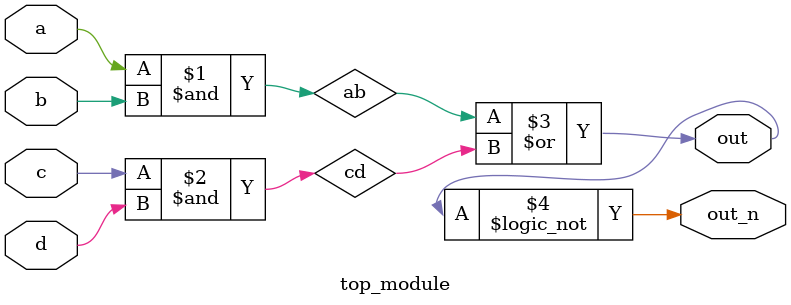
<source format=v>
`default_nettype none
module top_module(
    input a, b, c, d,
    output out, out_n   ); 
    // https://hdlbits.01xz.net/wiki/Wire_decl
    wire ab, cd;
    assign ab = a & b;
    assign cd = c & d;
    assign out = ab | cd;
    // assign out_n = !(ab | cd);
    // assign out_n = ~out;
    assign out_n = !out;
endmodule // done

</source>
